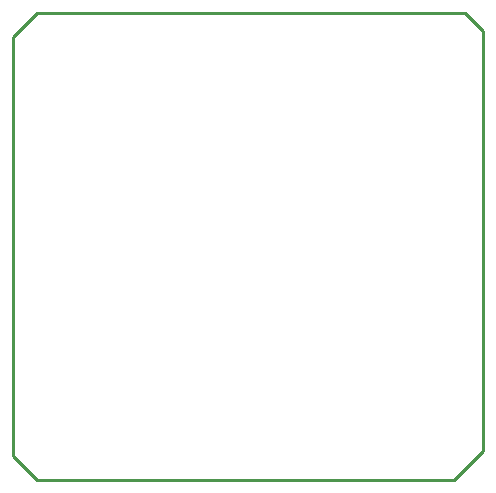
<source format=gko>
G04 Layer_Color=16711935*
%FSTAX24Y24*%
%MOIN*%
G70*
G01*
G75*
%ADD42C,0.0100*%
D42*
X02615Y02255D02*
X02695Y02175D01*
X02615Y02255D02*
Y0365D01*
X0418Y0227D02*
Y0367D01*
X02695Y02175D02*
X04085D01*
X0418Y0227D01*
X0412Y0373D02*
X0418Y0367D01*
X027Y0373D02*
X0412D01*
X02695D02*
X027D01*
X02615Y0365D02*
X02695Y0373D01*
M02*

</source>
